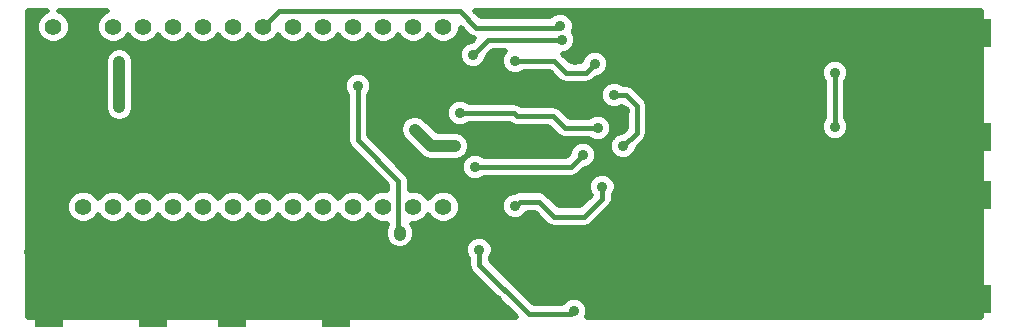
<source format=gbl>
%FSLAX34Y34*%
G04 Gerber Fmt 3.4, Leading zero omitted, Abs format*
G04 (created by PCBNEW (2014-03-19 BZR 4756)-product) date Thu 19 Jun 2014 10:11:17 PM AKDT*
%MOIN*%
G01*
G70*
G90*
G04 APERTURE LIST*
%ADD10C,0.005906*%
%ADD11R,0.055000X0.055000*%
%ADD12C,0.055000*%
%ADD13R,0.094488X0.200787*%
%ADD14R,0.200787X0.094488*%
%ADD15C,0.035000*%
%ADD16C,0.039370*%
%ADD17C,0.015748*%
%ADD18C,0.019685*%
G04 APERTURE END LIST*
G54D10*
G54D11*
X46700Y-32300D03*
G54D12*
X47700Y-32300D03*
X48700Y-32300D03*
X49700Y-32300D03*
X50700Y-32300D03*
X51700Y-32300D03*
X52700Y-32300D03*
X53700Y-32300D03*
X54700Y-32300D03*
X55700Y-32300D03*
X56700Y-32300D03*
X57700Y-32300D03*
X58700Y-32300D03*
X59700Y-32300D03*
X59700Y-26300D03*
X58700Y-26300D03*
X57700Y-26300D03*
X56700Y-26300D03*
X55700Y-26300D03*
X54700Y-26300D03*
X53700Y-26300D03*
X52700Y-26300D03*
X51700Y-26300D03*
X50700Y-26300D03*
X49700Y-26300D03*
X48700Y-26300D03*
X47700Y-26300D03*
X46700Y-26300D03*
G54D13*
X50032Y-35300D03*
X46567Y-35300D03*
X52667Y-35300D03*
X56132Y-35300D03*
G54D14*
X76950Y-29982D03*
X76950Y-26517D03*
X76950Y-35382D03*
X76950Y-31917D03*
G54D15*
X74950Y-34450D03*
X72350Y-35550D03*
X71350Y-35050D03*
X70150Y-33150D03*
X70150Y-34950D03*
X67650Y-35150D03*
X70200Y-29450D03*
X70200Y-27850D03*
X71350Y-27550D03*
X64750Y-29100D03*
X65750Y-29100D03*
X67100Y-29250D03*
X66775Y-26650D03*
X64100Y-27400D03*
X62100Y-28300D03*
X65700Y-34600D03*
X66900Y-32200D03*
X74200Y-31800D03*
X74700Y-28900D03*
X75600Y-35400D03*
X75600Y-31900D03*
X75600Y-30000D03*
X75500Y-26500D03*
X64100Y-32000D03*
X63600Y-31500D03*
X63500Y-32000D03*
X62700Y-32600D03*
X64700Y-34400D03*
X62550Y-34950D03*
X62100Y-29700D03*
X62600Y-30300D03*
X45900Y-33800D03*
X49300Y-33700D03*
X51800Y-35300D03*
X52500Y-33900D03*
X61500Y-35400D03*
X56050Y-34025D03*
X48900Y-27475D03*
X48900Y-28975D03*
X58750Y-29725D03*
X60100Y-30275D03*
X58250Y-33225D03*
X56850Y-28275D03*
X64750Y-27525D03*
X62100Y-27425D03*
X65700Y-30275D03*
X65400Y-28575D03*
X64050Y-35775D03*
X60900Y-33725D03*
X62100Y-32275D03*
X65000Y-31625D03*
X60250Y-29175D03*
X64850Y-29675D03*
X64350Y-30575D03*
X60750Y-30975D03*
X63600Y-26275D03*
X63650Y-26725D03*
X60700Y-27225D03*
X72750Y-29625D03*
X72750Y-27825D03*
G54D16*
X48900Y-27475D02*
X48900Y-28975D01*
X58750Y-29725D02*
X59300Y-30275D01*
X59300Y-30275D02*
X60100Y-30275D01*
X58250Y-33225D02*
X58250Y-33125D01*
G54D17*
X58250Y-33125D02*
X58200Y-33075D01*
X58200Y-33075D02*
X58200Y-31425D01*
X58200Y-31425D02*
X56850Y-30075D01*
X56850Y-30075D02*
X56850Y-28275D01*
X64750Y-27525D02*
X64450Y-27825D01*
X64450Y-27825D02*
X63800Y-27825D01*
X63800Y-27825D02*
X63400Y-27425D01*
X63400Y-27425D02*
X62100Y-27425D01*
X65700Y-30275D02*
X66150Y-29825D01*
X66150Y-29825D02*
X66150Y-28925D01*
X66150Y-28925D02*
X65800Y-28575D01*
X65800Y-28575D02*
X65400Y-28575D01*
X64050Y-35775D02*
X63950Y-35875D01*
X63950Y-35875D02*
X62550Y-35875D01*
X62550Y-35875D02*
X60900Y-34225D01*
X60900Y-34225D02*
X60900Y-33725D01*
X62100Y-32275D02*
X62250Y-32125D01*
X62250Y-32125D02*
X62900Y-32125D01*
X62900Y-32125D02*
X63400Y-32625D01*
X63400Y-32625D02*
X64400Y-32625D01*
X64400Y-32625D02*
X65000Y-32025D01*
X65000Y-32025D02*
X65000Y-31625D01*
X60250Y-29175D02*
X62050Y-29175D01*
X62050Y-29175D02*
X62150Y-29275D01*
X62150Y-29275D02*
X63350Y-29275D01*
X63350Y-29275D02*
X63750Y-29675D01*
X63750Y-29675D02*
X64850Y-29675D01*
X64350Y-30575D02*
X63950Y-30975D01*
X63950Y-30975D02*
X60750Y-30975D01*
X63600Y-26275D02*
X63550Y-26325D01*
X63550Y-26325D02*
X60800Y-26325D01*
X60800Y-26325D02*
X60250Y-25775D01*
X60250Y-25775D02*
X54225Y-25775D01*
X54225Y-25775D02*
X53700Y-26300D01*
X61200Y-26725D02*
X63650Y-26725D01*
X60700Y-27225D02*
X61200Y-26725D01*
X72750Y-29625D02*
X72750Y-27825D01*
G54D10*
G36*
X77635Y-35985D02*
X73220Y-35985D01*
X73220Y-29531D01*
X73148Y-29358D01*
X73124Y-29334D01*
X73124Y-28116D01*
X73148Y-28091D01*
X73220Y-27918D01*
X73220Y-27731D01*
X73148Y-27558D01*
X73016Y-27426D01*
X72843Y-27354D01*
X72656Y-27354D01*
X72483Y-27426D01*
X72351Y-27558D01*
X72279Y-27731D01*
X72279Y-27918D01*
X72351Y-28091D01*
X72375Y-28115D01*
X72375Y-29333D01*
X72351Y-29358D01*
X72279Y-29531D01*
X72279Y-29718D01*
X72351Y-29891D01*
X72483Y-30023D01*
X72656Y-30095D01*
X72843Y-30095D01*
X73016Y-30023D01*
X73148Y-29891D01*
X73220Y-29718D01*
X73220Y-29531D01*
X73220Y-35985D01*
X66524Y-35985D01*
X66524Y-29825D01*
X66524Y-28925D01*
X66500Y-28805D01*
X66495Y-28781D01*
X66495Y-28781D01*
X66414Y-28660D01*
X66064Y-28310D01*
X65943Y-28229D01*
X65919Y-28224D01*
X65800Y-28200D01*
X65691Y-28200D01*
X65666Y-28176D01*
X65493Y-28104D01*
X65306Y-28104D01*
X65133Y-28176D01*
X65001Y-28308D01*
X64929Y-28481D01*
X64929Y-28668D01*
X65001Y-28841D01*
X65133Y-28973D01*
X65306Y-29045D01*
X65493Y-29045D01*
X65666Y-28973D01*
X65668Y-28971D01*
X65775Y-29079D01*
X65775Y-29670D01*
X65641Y-29804D01*
X65606Y-29804D01*
X65433Y-29876D01*
X65320Y-29989D01*
X65320Y-29581D01*
X65248Y-29408D01*
X65116Y-29276D01*
X64943Y-29204D01*
X64756Y-29204D01*
X64583Y-29276D01*
X64559Y-29300D01*
X63904Y-29300D01*
X63614Y-29010D01*
X63493Y-28929D01*
X63469Y-28924D01*
X63350Y-28900D01*
X62300Y-28900D01*
X62193Y-28829D01*
X62169Y-28824D01*
X62050Y-28800D01*
X60541Y-28800D01*
X60516Y-28776D01*
X60343Y-28704D01*
X60156Y-28704D01*
X59983Y-28776D01*
X59851Y-28908D01*
X59779Y-29081D01*
X59779Y-29268D01*
X59851Y-29441D01*
X59983Y-29573D01*
X60156Y-29645D01*
X60343Y-29645D01*
X60516Y-29573D01*
X60540Y-29549D01*
X61899Y-29549D01*
X61899Y-29549D01*
X62006Y-29620D01*
X62006Y-29620D01*
X62030Y-29625D01*
X62150Y-29649D01*
X63195Y-29649D01*
X63485Y-29939D01*
X63606Y-30020D01*
X63606Y-30020D01*
X63630Y-30025D01*
X63750Y-30049D01*
X64558Y-30049D01*
X64583Y-30073D01*
X64756Y-30145D01*
X64943Y-30145D01*
X65116Y-30073D01*
X65248Y-29941D01*
X65320Y-29768D01*
X65320Y-29581D01*
X65320Y-29989D01*
X65301Y-30008D01*
X65229Y-30181D01*
X65229Y-30368D01*
X65301Y-30541D01*
X65433Y-30673D01*
X65606Y-30745D01*
X65793Y-30745D01*
X65966Y-30673D01*
X66098Y-30541D01*
X66170Y-30368D01*
X66170Y-30333D01*
X66414Y-30089D01*
X66414Y-30089D01*
X66495Y-29968D01*
X66495Y-29968D01*
X66500Y-29944D01*
X66524Y-29825D01*
X66524Y-29825D01*
X66524Y-35985D01*
X65470Y-35985D01*
X65470Y-31531D01*
X65398Y-31358D01*
X65266Y-31226D01*
X65093Y-31154D01*
X64906Y-31154D01*
X64820Y-31190D01*
X64820Y-30481D01*
X64748Y-30308D01*
X64616Y-30176D01*
X64443Y-30104D01*
X64256Y-30104D01*
X64083Y-30176D01*
X63951Y-30308D01*
X63879Y-30481D01*
X63879Y-30516D01*
X63795Y-30600D01*
X61041Y-30600D01*
X61016Y-30576D01*
X60843Y-30504D01*
X60656Y-30504D01*
X60483Y-30576D01*
X60470Y-30589D01*
X60554Y-30463D01*
X60592Y-30275D01*
X60554Y-30086D01*
X60447Y-29927D01*
X60288Y-29820D01*
X60100Y-29782D01*
X59503Y-29782D01*
X59097Y-29377D01*
X58938Y-29270D01*
X58750Y-29232D01*
X58561Y-29270D01*
X58402Y-29377D01*
X58295Y-29536D01*
X58257Y-29725D01*
X58295Y-29913D01*
X58402Y-30072D01*
X58952Y-30622D01*
X58952Y-30622D01*
X59111Y-30729D01*
X59300Y-30767D01*
X60100Y-30767D01*
X60288Y-30729D01*
X60414Y-30645D01*
X60351Y-30708D01*
X60279Y-30881D01*
X60279Y-31068D01*
X60351Y-31241D01*
X60483Y-31373D01*
X60656Y-31445D01*
X60843Y-31445D01*
X61016Y-31373D01*
X61040Y-31349D01*
X63950Y-31349D01*
X63950Y-31349D01*
X64069Y-31325D01*
X64093Y-31320D01*
X64093Y-31320D01*
X64214Y-31239D01*
X64408Y-31045D01*
X64443Y-31045D01*
X64616Y-30973D01*
X64748Y-30841D01*
X64820Y-30668D01*
X64820Y-30481D01*
X64820Y-31190D01*
X64733Y-31226D01*
X64601Y-31358D01*
X64529Y-31531D01*
X64529Y-31718D01*
X64601Y-31891D01*
X64603Y-31893D01*
X64245Y-32250D01*
X63554Y-32250D01*
X63164Y-31860D01*
X63043Y-31779D01*
X63019Y-31774D01*
X62900Y-31750D01*
X62250Y-31750D01*
X62106Y-31779D01*
X62069Y-31804D01*
X62006Y-31804D01*
X61833Y-31876D01*
X61701Y-32008D01*
X61629Y-32181D01*
X61629Y-32368D01*
X61701Y-32541D01*
X61833Y-32673D01*
X62006Y-32745D01*
X62193Y-32745D01*
X62366Y-32673D01*
X62498Y-32541D01*
X62516Y-32499D01*
X62745Y-32499D01*
X63135Y-32889D01*
X63135Y-32889D01*
X63256Y-32970D01*
X63256Y-32970D01*
X63280Y-32975D01*
X63400Y-32999D01*
X64400Y-32999D01*
X64400Y-32999D01*
X64519Y-32975D01*
X64543Y-32970D01*
X64543Y-32970D01*
X64664Y-32889D01*
X65264Y-32289D01*
X65264Y-32289D01*
X65318Y-32208D01*
X65345Y-32168D01*
X65345Y-32168D01*
X65374Y-32025D01*
X65374Y-32025D01*
X65374Y-31916D01*
X65398Y-31891D01*
X65470Y-31718D01*
X65470Y-31531D01*
X65470Y-35985D01*
X64471Y-35985D01*
X64520Y-35868D01*
X64520Y-35681D01*
X64448Y-35508D01*
X64316Y-35376D01*
X64143Y-35304D01*
X63956Y-35304D01*
X63783Y-35376D01*
X63658Y-35500D01*
X62704Y-35500D01*
X61274Y-34070D01*
X61274Y-34016D01*
X61298Y-33991D01*
X61370Y-33818D01*
X61370Y-33631D01*
X61298Y-33458D01*
X61166Y-33326D01*
X60993Y-33254D01*
X60806Y-33254D01*
X60633Y-33326D01*
X60501Y-33458D01*
X60429Y-33631D01*
X60429Y-33818D01*
X60501Y-33991D01*
X60525Y-34015D01*
X60525Y-34225D01*
X60549Y-34344D01*
X60554Y-34368D01*
X60635Y-34489D01*
X62131Y-35985D01*
X60270Y-35985D01*
X60270Y-32187D01*
X60183Y-31977D01*
X60023Y-31816D01*
X59813Y-31729D01*
X59587Y-31729D01*
X59377Y-31816D01*
X59216Y-31976D01*
X59200Y-32016D01*
X59183Y-31977D01*
X59023Y-31816D01*
X58813Y-31729D01*
X58587Y-31729D01*
X58574Y-31735D01*
X58574Y-31425D01*
X58545Y-31281D01*
X58545Y-31281D01*
X58518Y-31241D01*
X58464Y-31160D01*
X58464Y-31160D01*
X57224Y-29920D01*
X57224Y-28566D01*
X57248Y-28541D01*
X57320Y-28368D01*
X57320Y-28181D01*
X57248Y-28008D01*
X57116Y-27876D01*
X56943Y-27804D01*
X56756Y-27804D01*
X56583Y-27876D01*
X56451Y-28008D01*
X56379Y-28181D01*
X56379Y-28368D01*
X56451Y-28541D01*
X56475Y-28565D01*
X56475Y-30075D01*
X56499Y-30194D01*
X56504Y-30218D01*
X56585Y-30339D01*
X57825Y-31579D01*
X57825Y-31734D01*
X57813Y-31729D01*
X57587Y-31729D01*
X57377Y-31816D01*
X57216Y-31976D01*
X57200Y-32016D01*
X57183Y-31977D01*
X57023Y-31816D01*
X56813Y-31729D01*
X56587Y-31729D01*
X56377Y-31816D01*
X56216Y-31976D01*
X56200Y-32016D01*
X56183Y-31977D01*
X56023Y-31816D01*
X55813Y-31729D01*
X55587Y-31729D01*
X55377Y-31816D01*
X55216Y-31976D01*
X55200Y-32016D01*
X55183Y-31977D01*
X55023Y-31816D01*
X54813Y-31729D01*
X54587Y-31729D01*
X54377Y-31816D01*
X54216Y-31976D01*
X54200Y-32016D01*
X54183Y-31977D01*
X54023Y-31816D01*
X53813Y-31729D01*
X53587Y-31729D01*
X53377Y-31816D01*
X53216Y-31976D01*
X53200Y-32016D01*
X53183Y-31977D01*
X53023Y-31816D01*
X52813Y-31729D01*
X52587Y-31729D01*
X52377Y-31816D01*
X52216Y-31976D01*
X52200Y-32016D01*
X52183Y-31977D01*
X52023Y-31816D01*
X51813Y-31729D01*
X51587Y-31729D01*
X51377Y-31816D01*
X51216Y-31976D01*
X51200Y-32016D01*
X51183Y-31977D01*
X51023Y-31816D01*
X50813Y-31729D01*
X50587Y-31729D01*
X50377Y-31816D01*
X50216Y-31976D01*
X50200Y-32016D01*
X50183Y-31977D01*
X50023Y-31816D01*
X49813Y-31729D01*
X49587Y-31729D01*
X49392Y-31810D01*
X49392Y-28975D01*
X49392Y-27475D01*
X49354Y-27286D01*
X49247Y-27127D01*
X49088Y-27020D01*
X48900Y-26982D01*
X48711Y-27020D01*
X48552Y-27127D01*
X48445Y-27286D01*
X48407Y-27475D01*
X48407Y-28975D01*
X48445Y-29163D01*
X48552Y-29322D01*
X48711Y-29429D01*
X48900Y-29467D01*
X49088Y-29429D01*
X49247Y-29322D01*
X49354Y-29163D01*
X49392Y-28975D01*
X49392Y-31810D01*
X49377Y-31816D01*
X49216Y-31976D01*
X49200Y-32016D01*
X49183Y-31977D01*
X49023Y-31816D01*
X48813Y-31729D01*
X48587Y-31729D01*
X48377Y-31816D01*
X48216Y-31976D01*
X48200Y-32016D01*
X48183Y-31977D01*
X48023Y-31816D01*
X47813Y-31729D01*
X47587Y-31729D01*
X47377Y-31816D01*
X47216Y-31976D01*
X47129Y-32186D01*
X47129Y-32412D01*
X47216Y-32622D01*
X47376Y-32783D01*
X47586Y-32870D01*
X47812Y-32870D01*
X48022Y-32783D01*
X48183Y-32623D01*
X48199Y-32583D01*
X48216Y-32622D01*
X48376Y-32783D01*
X48586Y-32870D01*
X48812Y-32870D01*
X49022Y-32783D01*
X49183Y-32623D01*
X49199Y-32583D01*
X49216Y-32622D01*
X49376Y-32783D01*
X49586Y-32870D01*
X49812Y-32870D01*
X50022Y-32783D01*
X50183Y-32623D01*
X50199Y-32583D01*
X50216Y-32622D01*
X50376Y-32783D01*
X50586Y-32870D01*
X50812Y-32870D01*
X51022Y-32783D01*
X51183Y-32623D01*
X51199Y-32583D01*
X51216Y-32622D01*
X51376Y-32783D01*
X51586Y-32870D01*
X51812Y-32870D01*
X52022Y-32783D01*
X52183Y-32623D01*
X52199Y-32583D01*
X52216Y-32622D01*
X52376Y-32783D01*
X52586Y-32870D01*
X52812Y-32870D01*
X53022Y-32783D01*
X53183Y-32623D01*
X53199Y-32583D01*
X53216Y-32622D01*
X53376Y-32783D01*
X53586Y-32870D01*
X53812Y-32870D01*
X54022Y-32783D01*
X54183Y-32623D01*
X54199Y-32583D01*
X54216Y-32622D01*
X54376Y-32783D01*
X54586Y-32870D01*
X54812Y-32870D01*
X55022Y-32783D01*
X55183Y-32623D01*
X55199Y-32583D01*
X55216Y-32622D01*
X55376Y-32783D01*
X55586Y-32870D01*
X55812Y-32870D01*
X56022Y-32783D01*
X56183Y-32623D01*
X56199Y-32583D01*
X56216Y-32622D01*
X56376Y-32783D01*
X56586Y-32870D01*
X56812Y-32870D01*
X57022Y-32783D01*
X57183Y-32623D01*
X57199Y-32583D01*
X57216Y-32622D01*
X57376Y-32783D01*
X57586Y-32870D01*
X57812Y-32870D01*
X57825Y-32864D01*
X57825Y-32890D01*
X57795Y-32936D01*
X57757Y-33125D01*
X57757Y-33225D01*
X57795Y-33413D01*
X57902Y-33572D01*
X58061Y-33679D01*
X58250Y-33717D01*
X58438Y-33679D01*
X58597Y-33572D01*
X58704Y-33413D01*
X58742Y-33225D01*
X58742Y-33125D01*
X58704Y-32936D01*
X58660Y-32870D01*
X58812Y-32870D01*
X59022Y-32783D01*
X59183Y-32623D01*
X59199Y-32583D01*
X59216Y-32622D01*
X59376Y-32783D01*
X59586Y-32870D01*
X59812Y-32870D01*
X60022Y-32783D01*
X60183Y-32623D01*
X60270Y-32413D01*
X60270Y-32187D01*
X60270Y-35985D01*
X59300Y-35985D01*
X59250Y-35985D01*
X45864Y-35985D01*
X45864Y-25764D01*
X46501Y-25764D01*
X46377Y-25816D01*
X46216Y-25976D01*
X46129Y-26186D01*
X46129Y-26412D01*
X46216Y-26622D01*
X46376Y-26783D01*
X46586Y-26870D01*
X46812Y-26870D01*
X47022Y-26783D01*
X47183Y-26623D01*
X47270Y-26413D01*
X47270Y-26187D01*
X47183Y-25977D01*
X47023Y-25816D01*
X46898Y-25764D01*
X48501Y-25764D01*
X48377Y-25816D01*
X48216Y-25976D01*
X48129Y-26186D01*
X48129Y-26412D01*
X48216Y-26622D01*
X48376Y-26783D01*
X48586Y-26870D01*
X48812Y-26870D01*
X49022Y-26783D01*
X49183Y-26623D01*
X49199Y-26583D01*
X49216Y-26622D01*
X49376Y-26783D01*
X49586Y-26870D01*
X49812Y-26870D01*
X50022Y-26783D01*
X50183Y-26623D01*
X50199Y-26583D01*
X50216Y-26622D01*
X50376Y-26783D01*
X50586Y-26870D01*
X50812Y-26870D01*
X51022Y-26783D01*
X51183Y-26623D01*
X51199Y-26583D01*
X51216Y-26622D01*
X51376Y-26783D01*
X51586Y-26870D01*
X51812Y-26870D01*
X52022Y-26783D01*
X52183Y-26623D01*
X52199Y-26583D01*
X52216Y-26622D01*
X52376Y-26783D01*
X52586Y-26870D01*
X52812Y-26870D01*
X53022Y-26783D01*
X53183Y-26623D01*
X53199Y-26583D01*
X53216Y-26622D01*
X53376Y-26783D01*
X53586Y-26870D01*
X53812Y-26870D01*
X54022Y-26783D01*
X54183Y-26623D01*
X54199Y-26583D01*
X54216Y-26622D01*
X54376Y-26783D01*
X54586Y-26870D01*
X54812Y-26870D01*
X55022Y-26783D01*
X55183Y-26623D01*
X55199Y-26583D01*
X55216Y-26622D01*
X55376Y-26783D01*
X55586Y-26870D01*
X55812Y-26870D01*
X56022Y-26783D01*
X56183Y-26623D01*
X56199Y-26583D01*
X56216Y-26622D01*
X56376Y-26783D01*
X56586Y-26870D01*
X56812Y-26870D01*
X57022Y-26783D01*
X57183Y-26623D01*
X57199Y-26583D01*
X57216Y-26622D01*
X57376Y-26783D01*
X57586Y-26870D01*
X57812Y-26870D01*
X58022Y-26783D01*
X58183Y-26623D01*
X58199Y-26583D01*
X58216Y-26622D01*
X58376Y-26783D01*
X58586Y-26870D01*
X58812Y-26870D01*
X59022Y-26783D01*
X59183Y-26623D01*
X59199Y-26583D01*
X59216Y-26622D01*
X59376Y-26783D01*
X59586Y-26870D01*
X59812Y-26870D01*
X60022Y-26783D01*
X60183Y-26623D01*
X60270Y-26413D01*
X60270Y-26324D01*
X60535Y-26589D01*
X60535Y-26589D01*
X60616Y-26643D01*
X60656Y-26670D01*
X60656Y-26670D01*
X60714Y-26681D01*
X60641Y-26754D01*
X60606Y-26754D01*
X60433Y-26826D01*
X60301Y-26958D01*
X60229Y-27131D01*
X60229Y-27318D01*
X60301Y-27491D01*
X60433Y-27623D01*
X60606Y-27695D01*
X60793Y-27695D01*
X60966Y-27623D01*
X61098Y-27491D01*
X61170Y-27318D01*
X61170Y-27283D01*
X61354Y-27099D01*
X61760Y-27099D01*
X61701Y-27158D01*
X61629Y-27331D01*
X61629Y-27518D01*
X61701Y-27691D01*
X61833Y-27823D01*
X62006Y-27895D01*
X62193Y-27895D01*
X62366Y-27823D01*
X62390Y-27799D01*
X63245Y-27799D01*
X63535Y-28089D01*
X63656Y-28170D01*
X63656Y-28170D01*
X63680Y-28175D01*
X63800Y-28199D01*
X64450Y-28199D01*
X64450Y-28199D01*
X64569Y-28175D01*
X64593Y-28170D01*
X64593Y-28170D01*
X64714Y-28089D01*
X64808Y-27995D01*
X64843Y-27995D01*
X65016Y-27923D01*
X65148Y-27791D01*
X65220Y-27618D01*
X65220Y-27431D01*
X65148Y-27258D01*
X65016Y-27126D01*
X64843Y-27054D01*
X64656Y-27054D01*
X64483Y-27126D01*
X64351Y-27258D01*
X64279Y-27431D01*
X64279Y-27450D01*
X63954Y-27450D01*
X63699Y-27195D01*
X63743Y-27195D01*
X63916Y-27123D01*
X64048Y-26991D01*
X64120Y-26818D01*
X64120Y-26631D01*
X64048Y-26458D01*
X64037Y-26447D01*
X64070Y-26368D01*
X64070Y-26181D01*
X63998Y-26008D01*
X63866Y-25876D01*
X63693Y-25804D01*
X63506Y-25804D01*
X63333Y-25876D01*
X63258Y-25950D01*
X60954Y-25950D01*
X60768Y-25764D01*
X77635Y-25764D01*
X77635Y-35985D01*
X77635Y-35985D01*
G37*
G54D18*
X77635Y-35985D02*
X73220Y-35985D01*
X73220Y-29531D01*
X73148Y-29358D01*
X73124Y-29334D01*
X73124Y-28116D01*
X73148Y-28091D01*
X73220Y-27918D01*
X73220Y-27731D01*
X73148Y-27558D01*
X73016Y-27426D01*
X72843Y-27354D01*
X72656Y-27354D01*
X72483Y-27426D01*
X72351Y-27558D01*
X72279Y-27731D01*
X72279Y-27918D01*
X72351Y-28091D01*
X72375Y-28115D01*
X72375Y-29333D01*
X72351Y-29358D01*
X72279Y-29531D01*
X72279Y-29718D01*
X72351Y-29891D01*
X72483Y-30023D01*
X72656Y-30095D01*
X72843Y-30095D01*
X73016Y-30023D01*
X73148Y-29891D01*
X73220Y-29718D01*
X73220Y-29531D01*
X73220Y-35985D01*
X66524Y-35985D01*
X66524Y-29825D01*
X66524Y-28925D01*
X66500Y-28805D01*
X66495Y-28781D01*
X66495Y-28781D01*
X66414Y-28660D01*
X66064Y-28310D01*
X65943Y-28229D01*
X65919Y-28224D01*
X65800Y-28200D01*
X65691Y-28200D01*
X65666Y-28176D01*
X65493Y-28104D01*
X65306Y-28104D01*
X65133Y-28176D01*
X65001Y-28308D01*
X64929Y-28481D01*
X64929Y-28668D01*
X65001Y-28841D01*
X65133Y-28973D01*
X65306Y-29045D01*
X65493Y-29045D01*
X65666Y-28973D01*
X65668Y-28971D01*
X65775Y-29079D01*
X65775Y-29670D01*
X65641Y-29804D01*
X65606Y-29804D01*
X65433Y-29876D01*
X65320Y-29989D01*
X65320Y-29581D01*
X65248Y-29408D01*
X65116Y-29276D01*
X64943Y-29204D01*
X64756Y-29204D01*
X64583Y-29276D01*
X64559Y-29300D01*
X63904Y-29300D01*
X63614Y-29010D01*
X63493Y-28929D01*
X63469Y-28924D01*
X63350Y-28900D01*
X62300Y-28900D01*
X62193Y-28829D01*
X62169Y-28824D01*
X62050Y-28800D01*
X60541Y-28800D01*
X60516Y-28776D01*
X60343Y-28704D01*
X60156Y-28704D01*
X59983Y-28776D01*
X59851Y-28908D01*
X59779Y-29081D01*
X59779Y-29268D01*
X59851Y-29441D01*
X59983Y-29573D01*
X60156Y-29645D01*
X60343Y-29645D01*
X60516Y-29573D01*
X60540Y-29549D01*
X61899Y-29549D01*
X61899Y-29549D01*
X62006Y-29620D01*
X62006Y-29620D01*
X62030Y-29625D01*
X62150Y-29649D01*
X63195Y-29649D01*
X63485Y-29939D01*
X63606Y-30020D01*
X63606Y-30020D01*
X63630Y-30025D01*
X63750Y-30049D01*
X64558Y-30049D01*
X64583Y-30073D01*
X64756Y-30145D01*
X64943Y-30145D01*
X65116Y-30073D01*
X65248Y-29941D01*
X65320Y-29768D01*
X65320Y-29581D01*
X65320Y-29989D01*
X65301Y-30008D01*
X65229Y-30181D01*
X65229Y-30368D01*
X65301Y-30541D01*
X65433Y-30673D01*
X65606Y-30745D01*
X65793Y-30745D01*
X65966Y-30673D01*
X66098Y-30541D01*
X66170Y-30368D01*
X66170Y-30333D01*
X66414Y-30089D01*
X66414Y-30089D01*
X66495Y-29968D01*
X66495Y-29968D01*
X66500Y-29944D01*
X66524Y-29825D01*
X66524Y-29825D01*
X66524Y-35985D01*
X65470Y-35985D01*
X65470Y-31531D01*
X65398Y-31358D01*
X65266Y-31226D01*
X65093Y-31154D01*
X64906Y-31154D01*
X64820Y-31190D01*
X64820Y-30481D01*
X64748Y-30308D01*
X64616Y-30176D01*
X64443Y-30104D01*
X64256Y-30104D01*
X64083Y-30176D01*
X63951Y-30308D01*
X63879Y-30481D01*
X63879Y-30516D01*
X63795Y-30600D01*
X61041Y-30600D01*
X61016Y-30576D01*
X60843Y-30504D01*
X60656Y-30504D01*
X60483Y-30576D01*
X60470Y-30589D01*
X60554Y-30463D01*
X60592Y-30275D01*
X60554Y-30086D01*
X60447Y-29927D01*
X60288Y-29820D01*
X60100Y-29782D01*
X59503Y-29782D01*
X59097Y-29377D01*
X58938Y-29270D01*
X58750Y-29232D01*
X58561Y-29270D01*
X58402Y-29377D01*
X58295Y-29536D01*
X58257Y-29725D01*
X58295Y-29913D01*
X58402Y-30072D01*
X58952Y-30622D01*
X58952Y-30622D01*
X59111Y-30729D01*
X59300Y-30767D01*
X60100Y-30767D01*
X60288Y-30729D01*
X60414Y-30645D01*
X60351Y-30708D01*
X60279Y-30881D01*
X60279Y-31068D01*
X60351Y-31241D01*
X60483Y-31373D01*
X60656Y-31445D01*
X60843Y-31445D01*
X61016Y-31373D01*
X61040Y-31349D01*
X63950Y-31349D01*
X63950Y-31349D01*
X64069Y-31325D01*
X64093Y-31320D01*
X64093Y-31320D01*
X64214Y-31239D01*
X64408Y-31045D01*
X64443Y-31045D01*
X64616Y-30973D01*
X64748Y-30841D01*
X64820Y-30668D01*
X64820Y-30481D01*
X64820Y-31190D01*
X64733Y-31226D01*
X64601Y-31358D01*
X64529Y-31531D01*
X64529Y-31718D01*
X64601Y-31891D01*
X64603Y-31893D01*
X64245Y-32250D01*
X63554Y-32250D01*
X63164Y-31860D01*
X63043Y-31779D01*
X63019Y-31774D01*
X62900Y-31750D01*
X62250Y-31750D01*
X62106Y-31779D01*
X62069Y-31804D01*
X62006Y-31804D01*
X61833Y-31876D01*
X61701Y-32008D01*
X61629Y-32181D01*
X61629Y-32368D01*
X61701Y-32541D01*
X61833Y-32673D01*
X62006Y-32745D01*
X62193Y-32745D01*
X62366Y-32673D01*
X62498Y-32541D01*
X62516Y-32499D01*
X62745Y-32499D01*
X63135Y-32889D01*
X63135Y-32889D01*
X63256Y-32970D01*
X63256Y-32970D01*
X63280Y-32975D01*
X63400Y-32999D01*
X64400Y-32999D01*
X64400Y-32999D01*
X64519Y-32975D01*
X64543Y-32970D01*
X64543Y-32970D01*
X64664Y-32889D01*
X65264Y-32289D01*
X65264Y-32289D01*
X65318Y-32208D01*
X65345Y-32168D01*
X65345Y-32168D01*
X65374Y-32025D01*
X65374Y-32025D01*
X65374Y-31916D01*
X65398Y-31891D01*
X65470Y-31718D01*
X65470Y-31531D01*
X65470Y-35985D01*
X64471Y-35985D01*
X64520Y-35868D01*
X64520Y-35681D01*
X64448Y-35508D01*
X64316Y-35376D01*
X64143Y-35304D01*
X63956Y-35304D01*
X63783Y-35376D01*
X63658Y-35500D01*
X62704Y-35500D01*
X61274Y-34070D01*
X61274Y-34016D01*
X61298Y-33991D01*
X61370Y-33818D01*
X61370Y-33631D01*
X61298Y-33458D01*
X61166Y-33326D01*
X60993Y-33254D01*
X60806Y-33254D01*
X60633Y-33326D01*
X60501Y-33458D01*
X60429Y-33631D01*
X60429Y-33818D01*
X60501Y-33991D01*
X60525Y-34015D01*
X60525Y-34225D01*
X60549Y-34344D01*
X60554Y-34368D01*
X60635Y-34489D01*
X62131Y-35985D01*
X60270Y-35985D01*
X60270Y-32187D01*
X60183Y-31977D01*
X60023Y-31816D01*
X59813Y-31729D01*
X59587Y-31729D01*
X59377Y-31816D01*
X59216Y-31976D01*
X59200Y-32016D01*
X59183Y-31977D01*
X59023Y-31816D01*
X58813Y-31729D01*
X58587Y-31729D01*
X58574Y-31735D01*
X58574Y-31425D01*
X58545Y-31281D01*
X58545Y-31281D01*
X58518Y-31241D01*
X58464Y-31160D01*
X58464Y-31160D01*
X57224Y-29920D01*
X57224Y-28566D01*
X57248Y-28541D01*
X57320Y-28368D01*
X57320Y-28181D01*
X57248Y-28008D01*
X57116Y-27876D01*
X56943Y-27804D01*
X56756Y-27804D01*
X56583Y-27876D01*
X56451Y-28008D01*
X56379Y-28181D01*
X56379Y-28368D01*
X56451Y-28541D01*
X56475Y-28565D01*
X56475Y-30075D01*
X56499Y-30194D01*
X56504Y-30218D01*
X56585Y-30339D01*
X57825Y-31579D01*
X57825Y-31734D01*
X57813Y-31729D01*
X57587Y-31729D01*
X57377Y-31816D01*
X57216Y-31976D01*
X57200Y-32016D01*
X57183Y-31977D01*
X57023Y-31816D01*
X56813Y-31729D01*
X56587Y-31729D01*
X56377Y-31816D01*
X56216Y-31976D01*
X56200Y-32016D01*
X56183Y-31977D01*
X56023Y-31816D01*
X55813Y-31729D01*
X55587Y-31729D01*
X55377Y-31816D01*
X55216Y-31976D01*
X55200Y-32016D01*
X55183Y-31977D01*
X55023Y-31816D01*
X54813Y-31729D01*
X54587Y-31729D01*
X54377Y-31816D01*
X54216Y-31976D01*
X54200Y-32016D01*
X54183Y-31977D01*
X54023Y-31816D01*
X53813Y-31729D01*
X53587Y-31729D01*
X53377Y-31816D01*
X53216Y-31976D01*
X53200Y-32016D01*
X53183Y-31977D01*
X53023Y-31816D01*
X52813Y-31729D01*
X52587Y-31729D01*
X52377Y-31816D01*
X52216Y-31976D01*
X52200Y-32016D01*
X52183Y-31977D01*
X52023Y-31816D01*
X51813Y-31729D01*
X51587Y-31729D01*
X51377Y-31816D01*
X51216Y-31976D01*
X51200Y-32016D01*
X51183Y-31977D01*
X51023Y-31816D01*
X50813Y-31729D01*
X50587Y-31729D01*
X50377Y-31816D01*
X50216Y-31976D01*
X50200Y-32016D01*
X50183Y-31977D01*
X50023Y-31816D01*
X49813Y-31729D01*
X49587Y-31729D01*
X49392Y-31810D01*
X49392Y-28975D01*
X49392Y-27475D01*
X49354Y-27286D01*
X49247Y-27127D01*
X49088Y-27020D01*
X48900Y-26982D01*
X48711Y-27020D01*
X48552Y-27127D01*
X48445Y-27286D01*
X48407Y-27475D01*
X48407Y-28975D01*
X48445Y-29163D01*
X48552Y-29322D01*
X48711Y-29429D01*
X48900Y-29467D01*
X49088Y-29429D01*
X49247Y-29322D01*
X49354Y-29163D01*
X49392Y-28975D01*
X49392Y-31810D01*
X49377Y-31816D01*
X49216Y-31976D01*
X49200Y-32016D01*
X49183Y-31977D01*
X49023Y-31816D01*
X48813Y-31729D01*
X48587Y-31729D01*
X48377Y-31816D01*
X48216Y-31976D01*
X48200Y-32016D01*
X48183Y-31977D01*
X48023Y-31816D01*
X47813Y-31729D01*
X47587Y-31729D01*
X47377Y-31816D01*
X47216Y-31976D01*
X47129Y-32186D01*
X47129Y-32412D01*
X47216Y-32622D01*
X47376Y-32783D01*
X47586Y-32870D01*
X47812Y-32870D01*
X48022Y-32783D01*
X48183Y-32623D01*
X48199Y-32583D01*
X48216Y-32622D01*
X48376Y-32783D01*
X48586Y-32870D01*
X48812Y-32870D01*
X49022Y-32783D01*
X49183Y-32623D01*
X49199Y-32583D01*
X49216Y-32622D01*
X49376Y-32783D01*
X49586Y-32870D01*
X49812Y-32870D01*
X50022Y-32783D01*
X50183Y-32623D01*
X50199Y-32583D01*
X50216Y-32622D01*
X50376Y-32783D01*
X50586Y-32870D01*
X50812Y-32870D01*
X51022Y-32783D01*
X51183Y-32623D01*
X51199Y-32583D01*
X51216Y-32622D01*
X51376Y-32783D01*
X51586Y-32870D01*
X51812Y-32870D01*
X52022Y-32783D01*
X52183Y-32623D01*
X52199Y-32583D01*
X52216Y-32622D01*
X52376Y-32783D01*
X52586Y-32870D01*
X52812Y-32870D01*
X53022Y-32783D01*
X53183Y-32623D01*
X53199Y-32583D01*
X53216Y-32622D01*
X53376Y-32783D01*
X53586Y-32870D01*
X53812Y-32870D01*
X54022Y-32783D01*
X54183Y-32623D01*
X54199Y-32583D01*
X54216Y-32622D01*
X54376Y-32783D01*
X54586Y-32870D01*
X54812Y-32870D01*
X55022Y-32783D01*
X55183Y-32623D01*
X55199Y-32583D01*
X55216Y-32622D01*
X55376Y-32783D01*
X55586Y-32870D01*
X55812Y-32870D01*
X56022Y-32783D01*
X56183Y-32623D01*
X56199Y-32583D01*
X56216Y-32622D01*
X56376Y-32783D01*
X56586Y-32870D01*
X56812Y-32870D01*
X57022Y-32783D01*
X57183Y-32623D01*
X57199Y-32583D01*
X57216Y-32622D01*
X57376Y-32783D01*
X57586Y-32870D01*
X57812Y-32870D01*
X57825Y-32864D01*
X57825Y-32890D01*
X57795Y-32936D01*
X57757Y-33125D01*
X57757Y-33225D01*
X57795Y-33413D01*
X57902Y-33572D01*
X58061Y-33679D01*
X58250Y-33717D01*
X58438Y-33679D01*
X58597Y-33572D01*
X58704Y-33413D01*
X58742Y-33225D01*
X58742Y-33125D01*
X58704Y-32936D01*
X58660Y-32870D01*
X58812Y-32870D01*
X59022Y-32783D01*
X59183Y-32623D01*
X59199Y-32583D01*
X59216Y-32622D01*
X59376Y-32783D01*
X59586Y-32870D01*
X59812Y-32870D01*
X60022Y-32783D01*
X60183Y-32623D01*
X60270Y-32413D01*
X60270Y-32187D01*
X60270Y-35985D01*
X59300Y-35985D01*
X59250Y-35985D01*
X45864Y-35985D01*
X45864Y-25764D01*
X46501Y-25764D01*
X46377Y-25816D01*
X46216Y-25976D01*
X46129Y-26186D01*
X46129Y-26412D01*
X46216Y-26622D01*
X46376Y-26783D01*
X46586Y-26870D01*
X46812Y-26870D01*
X47022Y-26783D01*
X47183Y-26623D01*
X47270Y-26413D01*
X47270Y-26187D01*
X47183Y-25977D01*
X47023Y-25816D01*
X46898Y-25764D01*
X48501Y-25764D01*
X48377Y-25816D01*
X48216Y-25976D01*
X48129Y-26186D01*
X48129Y-26412D01*
X48216Y-26622D01*
X48376Y-26783D01*
X48586Y-26870D01*
X48812Y-26870D01*
X49022Y-26783D01*
X49183Y-26623D01*
X49199Y-26583D01*
X49216Y-26622D01*
X49376Y-26783D01*
X49586Y-26870D01*
X49812Y-26870D01*
X50022Y-26783D01*
X50183Y-26623D01*
X50199Y-26583D01*
X50216Y-26622D01*
X50376Y-26783D01*
X50586Y-26870D01*
X50812Y-26870D01*
X51022Y-26783D01*
X51183Y-26623D01*
X51199Y-26583D01*
X51216Y-26622D01*
X51376Y-26783D01*
X51586Y-26870D01*
X51812Y-26870D01*
X52022Y-26783D01*
X52183Y-26623D01*
X52199Y-26583D01*
X52216Y-26622D01*
X52376Y-26783D01*
X52586Y-26870D01*
X52812Y-26870D01*
X53022Y-26783D01*
X53183Y-26623D01*
X53199Y-26583D01*
X53216Y-26622D01*
X53376Y-26783D01*
X53586Y-26870D01*
X53812Y-26870D01*
X54022Y-26783D01*
X54183Y-26623D01*
X54199Y-26583D01*
X54216Y-26622D01*
X54376Y-26783D01*
X54586Y-26870D01*
X54812Y-26870D01*
X55022Y-26783D01*
X55183Y-26623D01*
X55199Y-26583D01*
X55216Y-26622D01*
X55376Y-26783D01*
X55586Y-26870D01*
X55812Y-26870D01*
X56022Y-26783D01*
X56183Y-26623D01*
X56199Y-26583D01*
X56216Y-26622D01*
X56376Y-26783D01*
X56586Y-26870D01*
X56812Y-26870D01*
X57022Y-26783D01*
X57183Y-26623D01*
X57199Y-26583D01*
X57216Y-26622D01*
X57376Y-26783D01*
X57586Y-26870D01*
X57812Y-26870D01*
X58022Y-26783D01*
X58183Y-26623D01*
X58199Y-26583D01*
X58216Y-26622D01*
X58376Y-26783D01*
X58586Y-26870D01*
X58812Y-26870D01*
X59022Y-26783D01*
X59183Y-26623D01*
X59199Y-26583D01*
X59216Y-26622D01*
X59376Y-26783D01*
X59586Y-26870D01*
X59812Y-26870D01*
X60022Y-26783D01*
X60183Y-26623D01*
X60270Y-26413D01*
X60270Y-26324D01*
X60535Y-26589D01*
X60535Y-26589D01*
X60616Y-26643D01*
X60656Y-26670D01*
X60656Y-26670D01*
X60714Y-26681D01*
X60641Y-26754D01*
X60606Y-26754D01*
X60433Y-26826D01*
X60301Y-26958D01*
X60229Y-27131D01*
X60229Y-27318D01*
X60301Y-27491D01*
X60433Y-27623D01*
X60606Y-27695D01*
X60793Y-27695D01*
X60966Y-27623D01*
X61098Y-27491D01*
X61170Y-27318D01*
X61170Y-27283D01*
X61354Y-27099D01*
X61760Y-27099D01*
X61701Y-27158D01*
X61629Y-27331D01*
X61629Y-27518D01*
X61701Y-27691D01*
X61833Y-27823D01*
X62006Y-27895D01*
X62193Y-27895D01*
X62366Y-27823D01*
X62390Y-27799D01*
X63245Y-27799D01*
X63535Y-28089D01*
X63656Y-28170D01*
X63656Y-28170D01*
X63680Y-28175D01*
X63800Y-28199D01*
X64450Y-28199D01*
X64450Y-28199D01*
X64569Y-28175D01*
X64593Y-28170D01*
X64593Y-28170D01*
X64714Y-28089D01*
X64808Y-27995D01*
X64843Y-27995D01*
X65016Y-27923D01*
X65148Y-27791D01*
X65220Y-27618D01*
X65220Y-27431D01*
X65148Y-27258D01*
X65016Y-27126D01*
X64843Y-27054D01*
X64656Y-27054D01*
X64483Y-27126D01*
X64351Y-27258D01*
X64279Y-27431D01*
X64279Y-27450D01*
X63954Y-27450D01*
X63699Y-27195D01*
X63743Y-27195D01*
X63916Y-27123D01*
X64048Y-26991D01*
X64120Y-26818D01*
X64120Y-26631D01*
X64048Y-26458D01*
X64037Y-26447D01*
X64070Y-26368D01*
X64070Y-26181D01*
X63998Y-26008D01*
X63866Y-25876D01*
X63693Y-25804D01*
X63506Y-25804D01*
X63333Y-25876D01*
X63258Y-25950D01*
X60954Y-25950D01*
X60768Y-25764D01*
X77635Y-25764D01*
X77635Y-35985D01*
M02*

</source>
